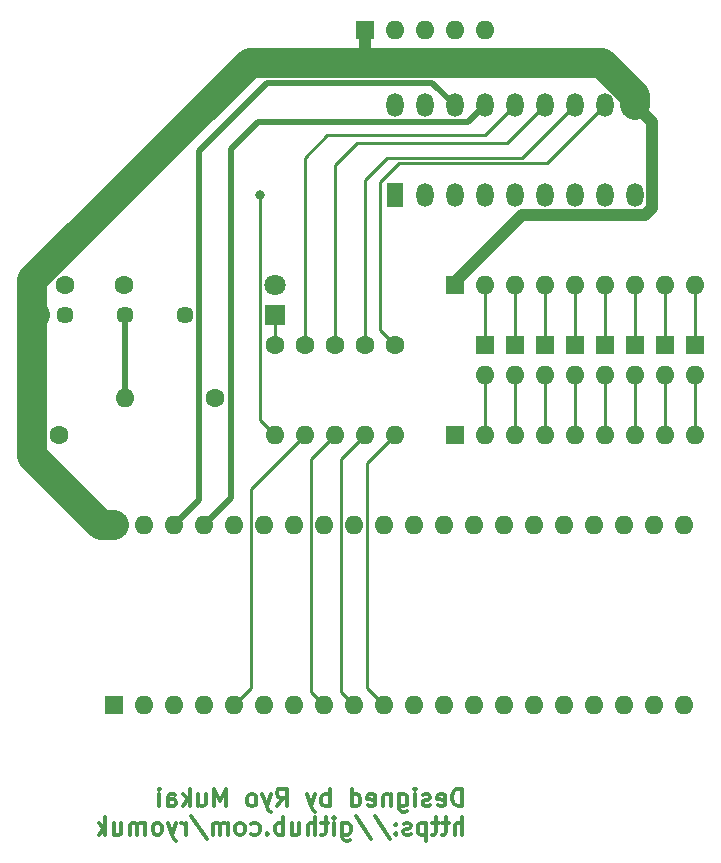
<source format=gbr>
%TF.GenerationSoftware,KiCad,Pcbnew,8.0.4*%
%TF.CreationDate,2024-08-20T14:56:35+09:00*%
%TF.ProjectId,TangNano8008MEM,54616e67-4e61-46e6-9f38-3030384d454d,rev?*%
%TF.SameCoordinates,Original*%
%TF.FileFunction,Copper,L2,Bot*%
%TF.FilePolarity,Positive*%
%FSLAX46Y46*%
G04 Gerber Fmt 4.6, Leading zero omitted, Abs format (unit mm)*
G04 Created by KiCad (PCBNEW 8.0.4) date 2024-08-20 14:56:35*
%MOMM*%
%LPD*%
G01*
G04 APERTURE LIST*
%ADD10C,0.300000*%
%TA.AperFunction,NonConductor*%
%ADD11C,0.300000*%
%TD*%
%TA.AperFunction,ComponentPad*%
%ADD12R,1.600000X1.600000*%
%TD*%
%TA.AperFunction,ComponentPad*%
%ADD13O,1.600000X1.600000*%
%TD*%
%TA.AperFunction,ComponentPad*%
%ADD14C,1.600000*%
%TD*%
%TA.AperFunction,ComponentPad*%
%ADD15R,1.800000X1.800000*%
%TD*%
%TA.AperFunction,ComponentPad*%
%ADD16C,1.800000*%
%TD*%
%TA.AperFunction,ComponentPad*%
%ADD17R,1.450000X1.450000*%
%TD*%
%TA.AperFunction,ComponentPad*%
%ADD18C,1.450000*%
%TD*%
%TA.AperFunction,ComponentPad*%
%ADD19R,1.440000X2.000000*%
%TD*%
%TA.AperFunction,ComponentPad*%
%ADD20O,1.440000X2.000000*%
%TD*%
%TA.AperFunction,ViaPad*%
%ADD21C,0.800000*%
%TD*%
%TA.AperFunction,Conductor*%
%ADD22C,0.250000*%
%TD*%
%TA.AperFunction,Conductor*%
%ADD23C,0.500000*%
%TD*%
%TA.AperFunction,Conductor*%
%ADD24C,2.500000*%
%TD*%
%TA.AperFunction,Conductor*%
%ADD25C,1.000000*%
%TD*%
G04 APERTURE END LIST*
D10*
D11*
X41264489Y-69521912D02*
X41264489Y-68021912D01*
X41264489Y-68021912D02*
X40907346Y-68021912D01*
X40907346Y-68021912D02*
X40693060Y-68093341D01*
X40693060Y-68093341D02*
X40550203Y-68236198D01*
X40550203Y-68236198D02*
X40478774Y-68379055D01*
X40478774Y-68379055D02*
X40407346Y-68664769D01*
X40407346Y-68664769D02*
X40407346Y-68879055D01*
X40407346Y-68879055D02*
X40478774Y-69164769D01*
X40478774Y-69164769D02*
X40550203Y-69307626D01*
X40550203Y-69307626D02*
X40693060Y-69450484D01*
X40693060Y-69450484D02*
X40907346Y-69521912D01*
X40907346Y-69521912D02*
X41264489Y-69521912D01*
X39193060Y-69450484D02*
X39335917Y-69521912D01*
X39335917Y-69521912D02*
X39621632Y-69521912D01*
X39621632Y-69521912D02*
X39764489Y-69450484D01*
X39764489Y-69450484D02*
X39835917Y-69307626D01*
X39835917Y-69307626D02*
X39835917Y-68736198D01*
X39835917Y-68736198D02*
X39764489Y-68593341D01*
X39764489Y-68593341D02*
X39621632Y-68521912D01*
X39621632Y-68521912D02*
X39335917Y-68521912D01*
X39335917Y-68521912D02*
X39193060Y-68593341D01*
X39193060Y-68593341D02*
X39121632Y-68736198D01*
X39121632Y-68736198D02*
X39121632Y-68879055D01*
X39121632Y-68879055D02*
X39835917Y-69021912D01*
X38550203Y-69450484D02*
X38407346Y-69521912D01*
X38407346Y-69521912D02*
X38121632Y-69521912D01*
X38121632Y-69521912D02*
X37978775Y-69450484D01*
X37978775Y-69450484D02*
X37907346Y-69307626D01*
X37907346Y-69307626D02*
X37907346Y-69236198D01*
X37907346Y-69236198D02*
X37978775Y-69093341D01*
X37978775Y-69093341D02*
X38121632Y-69021912D01*
X38121632Y-69021912D02*
X38335918Y-69021912D01*
X38335918Y-69021912D02*
X38478775Y-68950484D01*
X38478775Y-68950484D02*
X38550203Y-68807626D01*
X38550203Y-68807626D02*
X38550203Y-68736198D01*
X38550203Y-68736198D02*
X38478775Y-68593341D01*
X38478775Y-68593341D02*
X38335918Y-68521912D01*
X38335918Y-68521912D02*
X38121632Y-68521912D01*
X38121632Y-68521912D02*
X37978775Y-68593341D01*
X37264489Y-69521912D02*
X37264489Y-68521912D01*
X37264489Y-68021912D02*
X37335917Y-68093341D01*
X37335917Y-68093341D02*
X37264489Y-68164769D01*
X37264489Y-68164769D02*
X37193060Y-68093341D01*
X37193060Y-68093341D02*
X37264489Y-68021912D01*
X37264489Y-68021912D02*
X37264489Y-68164769D01*
X35907346Y-68521912D02*
X35907346Y-69736198D01*
X35907346Y-69736198D02*
X35978774Y-69879055D01*
X35978774Y-69879055D02*
X36050203Y-69950484D01*
X36050203Y-69950484D02*
X36193060Y-70021912D01*
X36193060Y-70021912D02*
X36407346Y-70021912D01*
X36407346Y-70021912D02*
X36550203Y-69950484D01*
X35907346Y-69450484D02*
X36050203Y-69521912D01*
X36050203Y-69521912D02*
X36335917Y-69521912D01*
X36335917Y-69521912D02*
X36478774Y-69450484D01*
X36478774Y-69450484D02*
X36550203Y-69379055D01*
X36550203Y-69379055D02*
X36621631Y-69236198D01*
X36621631Y-69236198D02*
X36621631Y-68807626D01*
X36621631Y-68807626D02*
X36550203Y-68664769D01*
X36550203Y-68664769D02*
X36478774Y-68593341D01*
X36478774Y-68593341D02*
X36335917Y-68521912D01*
X36335917Y-68521912D02*
X36050203Y-68521912D01*
X36050203Y-68521912D02*
X35907346Y-68593341D01*
X35193060Y-68521912D02*
X35193060Y-69521912D01*
X35193060Y-68664769D02*
X35121631Y-68593341D01*
X35121631Y-68593341D02*
X34978774Y-68521912D01*
X34978774Y-68521912D02*
X34764488Y-68521912D01*
X34764488Y-68521912D02*
X34621631Y-68593341D01*
X34621631Y-68593341D02*
X34550203Y-68736198D01*
X34550203Y-68736198D02*
X34550203Y-69521912D01*
X33264488Y-69450484D02*
X33407345Y-69521912D01*
X33407345Y-69521912D02*
X33693060Y-69521912D01*
X33693060Y-69521912D02*
X33835917Y-69450484D01*
X33835917Y-69450484D02*
X33907345Y-69307626D01*
X33907345Y-69307626D02*
X33907345Y-68736198D01*
X33907345Y-68736198D02*
X33835917Y-68593341D01*
X33835917Y-68593341D02*
X33693060Y-68521912D01*
X33693060Y-68521912D02*
X33407345Y-68521912D01*
X33407345Y-68521912D02*
X33264488Y-68593341D01*
X33264488Y-68593341D02*
X33193060Y-68736198D01*
X33193060Y-68736198D02*
X33193060Y-68879055D01*
X33193060Y-68879055D02*
X33907345Y-69021912D01*
X31907346Y-69521912D02*
X31907346Y-68021912D01*
X31907346Y-69450484D02*
X32050203Y-69521912D01*
X32050203Y-69521912D02*
X32335917Y-69521912D01*
X32335917Y-69521912D02*
X32478774Y-69450484D01*
X32478774Y-69450484D02*
X32550203Y-69379055D01*
X32550203Y-69379055D02*
X32621631Y-69236198D01*
X32621631Y-69236198D02*
X32621631Y-68807626D01*
X32621631Y-68807626D02*
X32550203Y-68664769D01*
X32550203Y-68664769D02*
X32478774Y-68593341D01*
X32478774Y-68593341D02*
X32335917Y-68521912D01*
X32335917Y-68521912D02*
X32050203Y-68521912D01*
X32050203Y-68521912D02*
X31907346Y-68593341D01*
X30050203Y-69521912D02*
X30050203Y-68021912D01*
X30050203Y-68593341D02*
X29907346Y-68521912D01*
X29907346Y-68521912D02*
X29621631Y-68521912D01*
X29621631Y-68521912D02*
X29478774Y-68593341D01*
X29478774Y-68593341D02*
X29407346Y-68664769D01*
X29407346Y-68664769D02*
X29335917Y-68807626D01*
X29335917Y-68807626D02*
X29335917Y-69236198D01*
X29335917Y-69236198D02*
X29407346Y-69379055D01*
X29407346Y-69379055D02*
X29478774Y-69450484D01*
X29478774Y-69450484D02*
X29621631Y-69521912D01*
X29621631Y-69521912D02*
X29907346Y-69521912D01*
X29907346Y-69521912D02*
X30050203Y-69450484D01*
X28835917Y-68521912D02*
X28478774Y-69521912D01*
X28121631Y-68521912D02*
X28478774Y-69521912D01*
X28478774Y-69521912D02*
X28621631Y-69879055D01*
X28621631Y-69879055D02*
X28693060Y-69950484D01*
X28693060Y-69950484D02*
X28835917Y-70021912D01*
X25550203Y-69521912D02*
X26050203Y-68807626D01*
X26407346Y-69521912D02*
X26407346Y-68021912D01*
X26407346Y-68021912D02*
X25835917Y-68021912D01*
X25835917Y-68021912D02*
X25693060Y-68093341D01*
X25693060Y-68093341D02*
X25621631Y-68164769D01*
X25621631Y-68164769D02*
X25550203Y-68307626D01*
X25550203Y-68307626D02*
X25550203Y-68521912D01*
X25550203Y-68521912D02*
X25621631Y-68664769D01*
X25621631Y-68664769D02*
X25693060Y-68736198D01*
X25693060Y-68736198D02*
X25835917Y-68807626D01*
X25835917Y-68807626D02*
X26407346Y-68807626D01*
X25050203Y-68521912D02*
X24693060Y-69521912D01*
X24335917Y-68521912D02*
X24693060Y-69521912D01*
X24693060Y-69521912D02*
X24835917Y-69879055D01*
X24835917Y-69879055D02*
X24907346Y-69950484D01*
X24907346Y-69950484D02*
X25050203Y-70021912D01*
X23550203Y-69521912D02*
X23693060Y-69450484D01*
X23693060Y-69450484D02*
X23764489Y-69379055D01*
X23764489Y-69379055D02*
X23835917Y-69236198D01*
X23835917Y-69236198D02*
X23835917Y-68807626D01*
X23835917Y-68807626D02*
X23764489Y-68664769D01*
X23764489Y-68664769D02*
X23693060Y-68593341D01*
X23693060Y-68593341D02*
X23550203Y-68521912D01*
X23550203Y-68521912D02*
X23335917Y-68521912D01*
X23335917Y-68521912D02*
X23193060Y-68593341D01*
X23193060Y-68593341D02*
X23121632Y-68664769D01*
X23121632Y-68664769D02*
X23050203Y-68807626D01*
X23050203Y-68807626D02*
X23050203Y-69236198D01*
X23050203Y-69236198D02*
X23121632Y-69379055D01*
X23121632Y-69379055D02*
X23193060Y-69450484D01*
X23193060Y-69450484D02*
X23335917Y-69521912D01*
X23335917Y-69521912D02*
X23550203Y-69521912D01*
X21264489Y-69521912D02*
X21264489Y-68021912D01*
X21264489Y-68021912D02*
X20764489Y-69093341D01*
X20764489Y-69093341D02*
X20264489Y-68021912D01*
X20264489Y-68021912D02*
X20264489Y-69521912D01*
X18907346Y-68521912D02*
X18907346Y-69521912D01*
X19550203Y-68521912D02*
X19550203Y-69307626D01*
X19550203Y-69307626D02*
X19478774Y-69450484D01*
X19478774Y-69450484D02*
X19335917Y-69521912D01*
X19335917Y-69521912D02*
X19121631Y-69521912D01*
X19121631Y-69521912D02*
X18978774Y-69450484D01*
X18978774Y-69450484D02*
X18907346Y-69379055D01*
X18193060Y-69521912D02*
X18193060Y-68021912D01*
X18050203Y-68950484D02*
X17621631Y-69521912D01*
X17621631Y-68521912D02*
X18193060Y-69093341D01*
X16335917Y-69521912D02*
X16335917Y-68736198D01*
X16335917Y-68736198D02*
X16407345Y-68593341D01*
X16407345Y-68593341D02*
X16550202Y-68521912D01*
X16550202Y-68521912D02*
X16835917Y-68521912D01*
X16835917Y-68521912D02*
X16978774Y-68593341D01*
X16335917Y-69450484D02*
X16478774Y-69521912D01*
X16478774Y-69521912D02*
X16835917Y-69521912D01*
X16835917Y-69521912D02*
X16978774Y-69450484D01*
X16978774Y-69450484D02*
X17050202Y-69307626D01*
X17050202Y-69307626D02*
X17050202Y-69164769D01*
X17050202Y-69164769D02*
X16978774Y-69021912D01*
X16978774Y-69021912D02*
X16835917Y-68950484D01*
X16835917Y-68950484D02*
X16478774Y-68950484D01*
X16478774Y-68950484D02*
X16335917Y-68879055D01*
X15621631Y-69521912D02*
X15621631Y-68521912D01*
X15621631Y-68021912D02*
X15693059Y-68093341D01*
X15693059Y-68093341D02*
X15621631Y-68164769D01*
X15621631Y-68164769D02*
X15550202Y-68093341D01*
X15550202Y-68093341D02*
X15621631Y-68021912D01*
X15621631Y-68021912D02*
X15621631Y-68164769D01*
X41264489Y-71936828D02*
X41264489Y-70436828D01*
X40621632Y-71936828D02*
X40621632Y-71151114D01*
X40621632Y-71151114D02*
X40693060Y-71008257D01*
X40693060Y-71008257D02*
X40835917Y-70936828D01*
X40835917Y-70936828D02*
X41050203Y-70936828D01*
X41050203Y-70936828D02*
X41193060Y-71008257D01*
X41193060Y-71008257D02*
X41264489Y-71079685D01*
X40121631Y-70936828D02*
X39550203Y-70936828D01*
X39907346Y-70436828D02*
X39907346Y-71722542D01*
X39907346Y-71722542D02*
X39835917Y-71865400D01*
X39835917Y-71865400D02*
X39693060Y-71936828D01*
X39693060Y-71936828D02*
X39550203Y-71936828D01*
X39264488Y-70936828D02*
X38693060Y-70936828D01*
X39050203Y-70436828D02*
X39050203Y-71722542D01*
X39050203Y-71722542D02*
X38978774Y-71865400D01*
X38978774Y-71865400D02*
X38835917Y-71936828D01*
X38835917Y-71936828D02*
X38693060Y-71936828D01*
X38193060Y-70936828D02*
X38193060Y-72436828D01*
X38193060Y-71008257D02*
X38050203Y-70936828D01*
X38050203Y-70936828D02*
X37764488Y-70936828D01*
X37764488Y-70936828D02*
X37621631Y-71008257D01*
X37621631Y-71008257D02*
X37550203Y-71079685D01*
X37550203Y-71079685D02*
X37478774Y-71222542D01*
X37478774Y-71222542D02*
X37478774Y-71651114D01*
X37478774Y-71651114D02*
X37550203Y-71793971D01*
X37550203Y-71793971D02*
X37621631Y-71865400D01*
X37621631Y-71865400D02*
X37764488Y-71936828D01*
X37764488Y-71936828D02*
X38050203Y-71936828D01*
X38050203Y-71936828D02*
X38193060Y-71865400D01*
X36907345Y-71865400D02*
X36764488Y-71936828D01*
X36764488Y-71936828D02*
X36478774Y-71936828D01*
X36478774Y-71936828D02*
X36335917Y-71865400D01*
X36335917Y-71865400D02*
X36264488Y-71722542D01*
X36264488Y-71722542D02*
X36264488Y-71651114D01*
X36264488Y-71651114D02*
X36335917Y-71508257D01*
X36335917Y-71508257D02*
X36478774Y-71436828D01*
X36478774Y-71436828D02*
X36693060Y-71436828D01*
X36693060Y-71436828D02*
X36835917Y-71365400D01*
X36835917Y-71365400D02*
X36907345Y-71222542D01*
X36907345Y-71222542D02*
X36907345Y-71151114D01*
X36907345Y-71151114D02*
X36835917Y-71008257D01*
X36835917Y-71008257D02*
X36693060Y-70936828D01*
X36693060Y-70936828D02*
X36478774Y-70936828D01*
X36478774Y-70936828D02*
X36335917Y-71008257D01*
X35621631Y-71793971D02*
X35550202Y-71865400D01*
X35550202Y-71865400D02*
X35621631Y-71936828D01*
X35621631Y-71936828D02*
X35693059Y-71865400D01*
X35693059Y-71865400D02*
X35621631Y-71793971D01*
X35621631Y-71793971D02*
X35621631Y-71936828D01*
X35621631Y-71008257D02*
X35550202Y-71079685D01*
X35550202Y-71079685D02*
X35621631Y-71151114D01*
X35621631Y-71151114D02*
X35693059Y-71079685D01*
X35693059Y-71079685D02*
X35621631Y-71008257D01*
X35621631Y-71008257D02*
X35621631Y-71151114D01*
X33835916Y-70365400D02*
X35121630Y-72293971D01*
X32264487Y-70365400D02*
X33550201Y-72293971D01*
X31121630Y-70936828D02*
X31121630Y-72151114D01*
X31121630Y-72151114D02*
X31193058Y-72293971D01*
X31193058Y-72293971D02*
X31264487Y-72365400D01*
X31264487Y-72365400D02*
X31407344Y-72436828D01*
X31407344Y-72436828D02*
X31621630Y-72436828D01*
X31621630Y-72436828D02*
X31764487Y-72365400D01*
X31121630Y-71865400D02*
X31264487Y-71936828D01*
X31264487Y-71936828D02*
X31550201Y-71936828D01*
X31550201Y-71936828D02*
X31693058Y-71865400D01*
X31693058Y-71865400D02*
X31764487Y-71793971D01*
X31764487Y-71793971D02*
X31835915Y-71651114D01*
X31835915Y-71651114D02*
X31835915Y-71222542D01*
X31835915Y-71222542D02*
X31764487Y-71079685D01*
X31764487Y-71079685D02*
X31693058Y-71008257D01*
X31693058Y-71008257D02*
X31550201Y-70936828D01*
X31550201Y-70936828D02*
X31264487Y-70936828D01*
X31264487Y-70936828D02*
X31121630Y-71008257D01*
X30407344Y-71936828D02*
X30407344Y-70936828D01*
X30407344Y-70436828D02*
X30478772Y-70508257D01*
X30478772Y-70508257D02*
X30407344Y-70579685D01*
X30407344Y-70579685D02*
X30335915Y-70508257D01*
X30335915Y-70508257D02*
X30407344Y-70436828D01*
X30407344Y-70436828D02*
X30407344Y-70579685D01*
X29907343Y-70936828D02*
X29335915Y-70936828D01*
X29693058Y-70436828D02*
X29693058Y-71722542D01*
X29693058Y-71722542D02*
X29621629Y-71865400D01*
X29621629Y-71865400D02*
X29478772Y-71936828D01*
X29478772Y-71936828D02*
X29335915Y-71936828D01*
X28835915Y-71936828D02*
X28835915Y-70436828D01*
X28193058Y-71936828D02*
X28193058Y-71151114D01*
X28193058Y-71151114D02*
X28264486Y-71008257D01*
X28264486Y-71008257D02*
X28407343Y-70936828D01*
X28407343Y-70936828D02*
X28621629Y-70936828D01*
X28621629Y-70936828D02*
X28764486Y-71008257D01*
X28764486Y-71008257D02*
X28835915Y-71079685D01*
X26835915Y-70936828D02*
X26835915Y-71936828D01*
X27478772Y-70936828D02*
X27478772Y-71722542D01*
X27478772Y-71722542D02*
X27407343Y-71865400D01*
X27407343Y-71865400D02*
X27264486Y-71936828D01*
X27264486Y-71936828D02*
X27050200Y-71936828D01*
X27050200Y-71936828D02*
X26907343Y-71865400D01*
X26907343Y-71865400D02*
X26835915Y-71793971D01*
X26121629Y-71936828D02*
X26121629Y-70436828D01*
X26121629Y-71008257D02*
X25978772Y-70936828D01*
X25978772Y-70936828D02*
X25693057Y-70936828D01*
X25693057Y-70936828D02*
X25550200Y-71008257D01*
X25550200Y-71008257D02*
X25478772Y-71079685D01*
X25478772Y-71079685D02*
X25407343Y-71222542D01*
X25407343Y-71222542D02*
X25407343Y-71651114D01*
X25407343Y-71651114D02*
X25478772Y-71793971D01*
X25478772Y-71793971D02*
X25550200Y-71865400D01*
X25550200Y-71865400D02*
X25693057Y-71936828D01*
X25693057Y-71936828D02*
X25978772Y-71936828D01*
X25978772Y-71936828D02*
X26121629Y-71865400D01*
X24764486Y-71793971D02*
X24693057Y-71865400D01*
X24693057Y-71865400D02*
X24764486Y-71936828D01*
X24764486Y-71936828D02*
X24835914Y-71865400D01*
X24835914Y-71865400D02*
X24764486Y-71793971D01*
X24764486Y-71793971D02*
X24764486Y-71936828D01*
X23407343Y-71865400D02*
X23550200Y-71936828D01*
X23550200Y-71936828D02*
X23835914Y-71936828D01*
X23835914Y-71936828D02*
X23978771Y-71865400D01*
X23978771Y-71865400D02*
X24050200Y-71793971D01*
X24050200Y-71793971D02*
X24121628Y-71651114D01*
X24121628Y-71651114D02*
X24121628Y-71222542D01*
X24121628Y-71222542D02*
X24050200Y-71079685D01*
X24050200Y-71079685D02*
X23978771Y-71008257D01*
X23978771Y-71008257D02*
X23835914Y-70936828D01*
X23835914Y-70936828D02*
X23550200Y-70936828D01*
X23550200Y-70936828D02*
X23407343Y-71008257D01*
X22550200Y-71936828D02*
X22693057Y-71865400D01*
X22693057Y-71865400D02*
X22764486Y-71793971D01*
X22764486Y-71793971D02*
X22835914Y-71651114D01*
X22835914Y-71651114D02*
X22835914Y-71222542D01*
X22835914Y-71222542D02*
X22764486Y-71079685D01*
X22764486Y-71079685D02*
X22693057Y-71008257D01*
X22693057Y-71008257D02*
X22550200Y-70936828D01*
X22550200Y-70936828D02*
X22335914Y-70936828D01*
X22335914Y-70936828D02*
X22193057Y-71008257D01*
X22193057Y-71008257D02*
X22121629Y-71079685D01*
X22121629Y-71079685D02*
X22050200Y-71222542D01*
X22050200Y-71222542D02*
X22050200Y-71651114D01*
X22050200Y-71651114D02*
X22121629Y-71793971D01*
X22121629Y-71793971D02*
X22193057Y-71865400D01*
X22193057Y-71865400D02*
X22335914Y-71936828D01*
X22335914Y-71936828D02*
X22550200Y-71936828D01*
X21407343Y-71936828D02*
X21407343Y-70936828D01*
X21407343Y-71079685D02*
X21335914Y-71008257D01*
X21335914Y-71008257D02*
X21193057Y-70936828D01*
X21193057Y-70936828D02*
X20978771Y-70936828D01*
X20978771Y-70936828D02*
X20835914Y-71008257D01*
X20835914Y-71008257D02*
X20764486Y-71151114D01*
X20764486Y-71151114D02*
X20764486Y-71936828D01*
X20764486Y-71151114D02*
X20693057Y-71008257D01*
X20693057Y-71008257D02*
X20550200Y-70936828D01*
X20550200Y-70936828D02*
X20335914Y-70936828D01*
X20335914Y-70936828D02*
X20193057Y-71008257D01*
X20193057Y-71008257D02*
X20121628Y-71151114D01*
X20121628Y-71151114D02*
X20121628Y-71936828D01*
X18335914Y-70365400D02*
X19621628Y-72293971D01*
X17835914Y-71936828D02*
X17835914Y-70936828D01*
X17835914Y-71222542D02*
X17764485Y-71079685D01*
X17764485Y-71079685D02*
X17693057Y-71008257D01*
X17693057Y-71008257D02*
X17550199Y-70936828D01*
X17550199Y-70936828D02*
X17407342Y-70936828D01*
X17050200Y-70936828D02*
X16693057Y-71936828D01*
X16335914Y-70936828D02*
X16693057Y-71936828D01*
X16693057Y-71936828D02*
X16835914Y-72293971D01*
X16835914Y-72293971D02*
X16907343Y-72365400D01*
X16907343Y-72365400D02*
X17050200Y-72436828D01*
X15550200Y-71936828D02*
X15693057Y-71865400D01*
X15693057Y-71865400D02*
X15764486Y-71793971D01*
X15764486Y-71793971D02*
X15835914Y-71651114D01*
X15835914Y-71651114D02*
X15835914Y-71222542D01*
X15835914Y-71222542D02*
X15764486Y-71079685D01*
X15764486Y-71079685D02*
X15693057Y-71008257D01*
X15693057Y-71008257D02*
X15550200Y-70936828D01*
X15550200Y-70936828D02*
X15335914Y-70936828D01*
X15335914Y-70936828D02*
X15193057Y-71008257D01*
X15193057Y-71008257D02*
X15121629Y-71079685D01*
X15121629Y-71079685D02*
X15050200Y-71222542D01*
X15050200Y-71222542D02*
X15050200Y-71651114D01*
X15050200Y-71651114D02*
X15121629Y-71793971D01*
X15121629Y-71793971D02*
X15193057Y-71865400D01*
X15193057Y-71865400D02*
X15335914Y-71936828D01*
X15335914Y-71936828D02*
X15550200Y-71936828D01*
X14407343Y-71936828D02*
X14407343Y-70936828D01*
X14407343Y-71079685D02*
X14335914Y-71008257D01*
X14335914Y-71008257D02*
X14193057Y-70936828D01*
X14193057Y-70936828D02*
X13978771Y-70936828D01*
X13978771Y-70936828D02*
X13835914Y-71008257D01*
X13835914Y-71008257D02*
X13764486Y-71151114D01*
X13764486Y-71151114D02*
X13764486Y-71936828D01*
X13764486Y-71151114D02*
X13693057Y-71008257D01*
X13693057Y-71008257D02*
X13550200Y-70936828D01*
X13550200Y-70936828D02*
X13335914Y-70936828D01*
X13335914Y-70936828D02*
X13193057Y-71008257D01*
X13193057Y-71008257D02*
X13121628Y-71151114D01*
X13121628Y-71151114D02*
X13121628Y-71936828D01*
X11764486Y-70936828D02*
X11764486Y-71936828D01*
X12407343Y-70936828D02*
X12407343Y-71722542D01*
X12407343Y-71722542D02*
X12335914Y-71865400D01*
X12335914Y-71865400D02*
X12193057Y-71936828D01*
X12193057Y-71936828D02*
X11978771Y-71936828D01*
X11978771Y-71936828D02*
X11835914Y-71865400D01*
X11835914Y-71865400D02*
X11764486Y-71793971D01*
X11050200Y-71936828D02*
X11050200Y-70436828D01*
X10907343Y-71365400D02*
X10478771Y-71936828D01*
X10478771Y-70936828D02*
X11050200Y-71508257D01*
D12*
%TO.P,D7,1,K*%
%TO.N,D1*%
X58420000Y-30480000D03*
D13*
%TO.P,D7,2,A*%
%TO.N,Net-(D7-A)*%
X58420000Y-33020000D03*
%TD*%
D12*
%TO.P,D2,1,K*%
%TO.N,D6*%
X45720000Y-30480000D03*
D13*
%TO.P,D2,2,A*%
%TO.N,Net-(D2-A)*%
X45720000Y-33020000D03*
%TD*%
D12*
%TO.P,D4,1,K*%
%TO.N,D4*%
X50800000Y-30480000D03*
D13*
%TO.P,D4,2,A*%
%TO.N,Net-(D4-A)*%
X50800000Y-33020000D03*
%TD*%
D12*
%TO.P,D1,1,K*%
%TO.N,D7*%
X43180000Y-30480000D03*
D13*
%TO.P,D1,2,A*%
%TO.N,Net-(D1-A)*%
X43180000Y-33020000D03*
%TD*%
D12*
%TO.P,D3,1,K*%
%TO.N,D5*%
X48260000Y-30480000D03*
D13*
%TO.P,D3,2,A*%
%TO.N,Net-(D3-A)*%
X48260000Y-33020000D03*
%TD*%
D12*
%TO.P,D6,1,K*%
%TO.N,D2*%
X55880000Y-30480000D03*
D13*
%TO.P,D6,2,A*%
%TO.N,Net-(D6-A)*%
X55880000Y-33020000D03*
%TD*%
D12*
%TO.P,D5,1,K*%
%TO.N,D3*%
X53340000Y-30480000D03*
D13*
%TO.P,D5,2,A*%
%TO.N,Net-(D5-A)*%
X53340000Y-33020000D03*
%TD*%
D12*
%TO.P,D8,1,K*%
%TO.N,D0*%
X60960000Y-30480000D03*
D13*
%TO.P,D8,2,A*%
%TO.N,Net-(D8-A)*%
X60960000Y-33020000D03*
%TD*%
D14*
%TO.P,C2,1*%
%TO.N,GND*%
X7620000Y-25400000D03*
%TO.P,C2,2*%
%TO.N,-9V*%
X12620000Y-25400000D03*
%TD*%
%TO.P,R6,1*%
%TO.N,Net-(D9-K)*%
X25400000Y-30480000D03*
D13*
%TO.P,R6,2*%
%TO.N,-9V*%
X25400000Y-38100000D03*
%TD*%
D14*
%TO.P,R3,1*%
%TO.N,Net-(U1-S1)*%
X33020000Y-30480000D03*
D13*
%TO.P,R3,2*%
%TO.N,S1*%
X33020000Y-38100000D03*
%TD*%
D14*
%TO.P,R5,1*%
%TO.N,GND*%
X20320000Y-34925000D03*
D13*
%TO.P,R5,2*%
%TO.N,-9V*%
X12700000Y-34925000D03*
%TD*%
D14*
%TO.P,R1,1*%
%TO.N,Net-(U1-SYNC)*%
X27940000Y-30480000D03*
D13*
%TO.P,R1,2*%
%TO.N,SYNC*%
X27940000Y-38100000D03*
%TD*%
D15*
%TO.P,D9,1,K*%
%TO.N,Net-(D9-K)*%
X25400000Y-27940000D03*
D16*
%TO.P,D9,2,A*%
%TO.N,GND*%
X25400000Y-25400000D03*
%TD*%
D17*
%TO.P,PS1,1,+VIN*%
%TO.N,+5V*%
X5080000Y-27940000D03*
D18*
%TO.P,PS1,2,-VIN*%
%TO.N,GND*%
X7620000Y-27940000D03*
%TO.P,PS1,4,-VOUT*%
%TO.N,-9V*%
X12700000Y-27940000D03*
%TO.P,PS1,6,+VOUT*%
%TO.N,GND*%
X17780000Y-27940000D03*
%TD*%
D12*
%TO.P,RN1,1,common*%
%TO.N,+5V*%
X40640000Y-25400000D03*
D13*
%TO.P,RN1,2,R1*%
%TO.N,D7*%
X43180000Y-25400000D03*
%TO.P,RN1,3,R2*%
%TO.N,D6*%
X45720000Y-25400000D03*
%TO.P,RN1,4,R3*%
%TO.N,D5*%
X48260000Y-25400000D03*
%TO.P,RN1,5,R4*%
%TO.N,D4*%
X50800000Y-25400000D03*
%TO.P,RN1,6,R5*%
%TO.N,D3*%
X53340000Y-25400000D03*
%TO.P,RN1,7,R6*%
%TO.N,D2*%
X55880000Y-25400000D03*
%TO.P,RN1,8,R7*%
%TO.N,D1*%
X58420000Y-25400000D03*
%TO.P,RN1,9,R8*%
%TO.N,D0*%
X60960000Y-25400000D03*
%TD*%
D12*
%TO.P,RN3,1,common*%
%TO.N,GND*%
X40640000Y-38100000D03*
D13*
%TO.P,RN3,2,R1*%
%TO.N,Net-(D1-A)*%
X43180000Y-38100000D03*
%TO.P,RN3,3,R2*%
%TO.N,Net-(D2-A)*%
X45720000Y-38100000D03*
%TO.P,RN3,4,R3*%
%TO.N,Net-(D3-A)*%
X48260000Y-38100000D03*
%TO.P,RN3,5,R4*%
%TO.N,Net-(D4-A)*%
X50800000Y-38100000D03*
%TO.P,RN3,6,R5*%
%TO.N,Net-(D5-A)*%
X53340000Y-38100000D03*
%TO.P,RN3,7,R6*%
%TO.N,Net-(D6-A)*%
X55880000Y-38100000D03*
%TO.P,RN3,8,R7*%
%TO.N,Net-(D7-A)*%
X58420000Y-38100000D03*
%TO.P,RN3,9,R8*%
%TO.N,Net-(D8-A)*%
X60960000Y-38100000D03*
%TD*%
D19*
%TO.P,U1,1,Vdd*%
%TO.N,-9V*%
X35560000Y-17780000D03*
D20*
%TO.P,U1,2,D7*%
%TO.N,D7*%
X38100000Y-17780000D03*
%TO.P,U1,3,D6*%
%TO.N,D6*%
X40640000Y-17780000D03*
%TO.P,U1,4,D5*%
%TO.N,D5*%
X43180000Y-17780000D03*
%TO.P,U1,5,D4*%
%TO.N,D4*%
X45720000Y-17780000D03*
%TO.P,U1,6,D3*%
%TO.N,D3*%
X48260000Y-17780000D03*
%TO.P,U1,7,D2*%
%TO.N,D2*%
X50800000Y-17780000D03*
%TO.P,U1,8,D1*%
%TO.N,D1*%
X53340000Y-17780000D03*
%TO.P,U1,9,D0*%
%TO.N,D0*%
X55880000Y-17780000D03*
%TO.P,U1,10,Vcc*%
%TO.N,+5V*%
X55880000Y-10160000D03*
%TO.P,U1,11,S2*%
%TO.N,Net-(U1-S2)*%
X53340000Y-10160000D03*
%TO.P,U1,12,S1*%
%TO.N,Net-(U1-S1)*%
X50800000Y-10160000D03*
%TO.P,U1,13,S0*%
%TO.N,Net-(U1-S0)*%
X48260000Y-10160000D03*
%TO.P,U1,14,SYNC*%
%TO.N,Net-(U1-SYNC)*%
X45720000Y-10160000D03*
%TO.P,U1,15,CLK2*%
%TO.N,CLK2*%
X43180000Y-10160000D03*
%TO.P,U1,16,CLK1*%
%TO.N,CLK1*%
X40640000Y-10160000D03*
%TO.P,U1,17,READY*%
%TO.N,READY*%
X38100000Y-10160000D03*
%TO.P,U1,18,INT*%
%TO.N,INTERRUPT*%
X35560000Y-10160000D03*
%TD*%
D12*
%TO.P,J1,1,Pin_1*%
%TO.N,INTERRUPT*%
X11785000Y-60960000D03*
D13*
%TO.P,J1,2,Pin_2*%
%TO.N,READY*%
X14325000Y-60960000D03*
%TO.P,J1,3,Pin_3*%
%TO.N,unconnected-(J1-Pin_3-Pad3)*%
X16865000Y-60960000D03*
%TO.P,J1,4,Pin_4*%
%TO.N,unconnected-(J1-Pin_4-Pad4)*%
X19405000Y-60960000D03*
%TO.P,J1,5,Pin_5*%
%TO.N,SYNC*%
X21945000Y-60960000D03*
%TO.P,J1,6,Pin_6*%
%TO.N,LED0*%
X24485000Y-60960000D03*
%TO.P,J1,7,Pin_7*%
%TO.N,LED1*%
X27025000Y-60960000D03*
%TO.P,J1,8,Pin_8*%
%TO.N,S0*%
X29565000Y-60960000D03*
%TO.P,J1,9,Pin_9*%
%TO.N,S1*%
X32105000Y-60960000D03*
%TO.P,J1,10,Pin_10*%
%TO.N,S2*%
X34645000Y-60960000D03*
%TO.P,J1,11,Pin_11*%
%TO.N,unconnected-(J1-Pin_11-Pad11)*%
X37185000Y-60960000D03*
%TO.P,J1,12,Pin_12*%
%TO.N,unconnected-(J1-Pin_12-Pad12)*%
X39725000Y-60960000D03*
%TO.P,J1,13,Pin_13*%
%TO.N,unconnected-(J1-Pin_13-Pad13)*%
X42265000Y-60960000D03*
%TO.P,J1,14,Pin_14*%
%TO.N,unconnected-(J1-Pin_14-Pad14)*%
X44805000Y-60960000D03*
%TO.P,J1,15,Pin_15*%
%TO.N,LED2*%
X47345000Y-60960000D03*
%TO.P,J1,16,Pin_16*%
%TO.N,LED5*%
X49885000Y-60960000D03*
%TO.P,J1,17,Pin_17*%
%TO.N,LED4*%
X52425000Y-60960000D03*
%TO.P,J1,18,Pin_18*%
%TO.N,LED3*%
X54965000Y-60960000D03*
%TO.P,J1,19,Pin_19*%
%TO.N,3V3a*%
X57505000Y-60960000D03*
%TO.P,J1,20,Pin_20*%
%TO.N,GND*%
X60045000Y-60960000D03*
%TO.P,J1,21,Pin_21*%
%TO.N,GPIO_TX*%
X60045000Y-45720000D03*
%TO.P,J1,22,Pin_22*%
%TO.N,GPIO_RX*%
X57505000Y-45720000D03*
%TO.P,J1,23,Pin_23*%
%TO.N,DBG_TRG*%
X54965000Y-45720000D03*
%TO.P,J1,24,Pin_24*%
%TO.N,unconnected-(J1-Pin_24-Pad24)*%
X52425000Y-45720000D03*
%TO.P,J1,25,Pin_25*%
%TO.N,3V3b*%
X49885000Y-45720000D03*
%TO.P,J1,26,Pin_26*%
%TO.N,GND*%
X47345000Y-45720000D03*
%TO.P,J1,27,Pin_27*%
%TO.N,LED_RGB*%
X44805000Y-45720000D03*
%TO.P,J1,28,Pin_28*%
%TO.N,unconnected-(J1-Pin_28-Pad28)*%
X42265000Y-45720000D03*
%TO.P,J1,29,Pin_29*%
%TO.N,D0*%
X39725000Y-45720000D03*
%TO.P,J1,30,Pin_30*%
%TO.N,D1*%
X37185000Y-45720000D03*
%TO.P,J1,31,Pin_31*%
%TO.N,D2*%
X34645000Y-45720000D03*
%TO.P,J1,32,Pin_32*%
%TO.N,D3*%
X32105000Y-45720000D03*
%TO.P,J1,33,Pin_33*%
%TO.N,D4*%
X29565000Y-45720000D03*
%TO.P,J1,34,Pin_34*%
%TO.N,D5*%
X27025000Y-45720000D03*
%TO.P,J1,35,Pin_35*%
%TO.N,D6*%
X24485000Y-45720000D03*
%TO.P,J1,36,Pin_36*%
%TO.N,D7*%
X21945000Y-45720000D03*
%TO.P,J1,37,Pin_37*%
%TO.N,CLK2*%
X19405000Y-45720000D03*
%TO.P,J1,38,Pin_38*%
%TO.N,CLK1*%
X16865000Y-45720000D03*
%TO.P,J1,39,Pin_39*%
%TO.N,GND*%
X14325000Y-45720000D03*
%TO.P,J1,40,Pin_40*%
%TO.N,+5V*%
X11785000Y-45720000D03*
%TD*%
D14*
%TO.P,R4,1*%
%TO.N,Net-(U1-S2)*%
X35560000Y-30480000D03*
D13*
%TO.P,R4,2*%
%TO.N,S2*%
X35560000Y-38100000D03*
%TD*%
D14*
%TO.P,R2,1*%
%TO.N,Net-(U1-S0)*%
X30480000Y-30480000D03*
D13*
%TO.P,R2,2*%
%TO.N,S0*%
X30480000Y-38100000D03*
%TD*%
D12*
%TO.P,RN2,1,common*%
%TO.N,+5V*%
X33020000Y-3810000D03*
D13*
%TO.P,RN2,2,R1*%
%TO.N,INTERRUPT*%
X35560000Y-3810000D03*
%TO.P,RN2,3,R2*%
%TO.N,READY*%
X38100000Y-3810000D03*
%TO.P,RN2,4,R3*%
%TO.N,CLK1*%
X40640000Y-3810000D03*
%TO.P,RN2,5,R4*%
%TO.N,CLK2*%
X43180000Y-3810000D03*
%TD*%
D12*
%TO.P,C1,1*%
%TO.N,+5V*%
X5080000Y-38100000D03*
D14*
%TO.P,C1,2*%
%TO.N,GND*%
X7080000Y-38100000D03*
%TD*%
D21*
%TO.N,-9V*%
X24130000Y-17780000D03*
%TD*%
D22*
%TO.N,-9V*%
X25400000Y-38100000D02*
X24130000Y-36830000D01*
X24130000Y-36830000D02*
X24130000Y-17780000D01*
%TO.N,Net-(D9-K)*%
X25400000Y-30480000D02*
X25400000Y-27940000D01*
D23*
%TO.N,-9V*%
X12700000Y-34925000D02*
X12700000Y-27940000D01*
D24*
%TO.N,+5V*%
X53083843Y-6555000D02*
X55880000Y-9351157D01*
X23283019Y-6555000D02*
X53083843Y-6555000D01*
X4830000Y-25008019D02*
X23283019Y-6555000D01*
X4830000Y-30480000D02*
X4830000Y-25008019D01*
X55880000Y-9351157D02*
X55880000Y-10160000D01*
X4830000Y-31750000D02*
X4830000Y-30480000D01*
D25*
X40640000Y-25400000D02*
X40640000Y-25148183D01*
X33020000Y-6350000D02*
X33020000Y-3810000D01*
D24*
X4830000Y-28190000D02*
X5080000Y-27940000D01*
D25*
X46308183Y-19480000D02*
X56720000Y-19480000D01*
D24*
X10653630Y-45720000D02*
X4830000Y-39896370D01*
D25*
X40640000Y-25148183D02*
X46308183Y-19480000D01*
D24*
X4830000Y-30480000D02*
X4830000Y-27654085D01*
X4830000Y-30480000D02*
X4830000Y-28190000D01*
X11785000Y-45720000D02*
X10653630Y-45720000D01*
X4830000Y-39896370D02*
X4830000Y-31750000D01*
D25*
X57300000Y-11580000D02*
X55880000Y-10160000D01*
X57300000Y-18900000D02*
X57300000Y-11580000D01*
D24*
X4830000Y-31750000D02*
X4830000Y-27654085D01*
D25*
X56720000Y-19480000D02*
X57300000Y-18900000D01*
D22*
%TO.N,Net-(D1-A)*%
X43180000Y-33020000D02*
X43180000Y-38100000D01*
%TO.N,D0*%
X60960000Y-25400000D02*
X60960000Y-30480000D01*
%TO.N,Net-(D2-A)*%
X45720000Y-33020000D02*
X45720000Y-38100000D01*
%TO.N,D1*%
X58420000Y-25400000D02*
X58420000Y-30480000D01*
%TO.N,D2*%
X55880000Y-25400000D02*
X55880000Y-30480000D01*
%TO.N,Net-(D3-A)*%
X48260000Y-33020000D02*
X48260000Y-38100000D01*
%TO.N,Net-(D4-A)*%
X50800000Y-33020000D02*
X50800000Y-38100000D01*
%TO.N,D3*%
X53340000Y-25400000D02*
X53340000Y-30480000D01*
%TO.N,Net-(D5-A)*%
X53340000Y-33020000D02*
X53340000Y-38100000D01*
%TO.N,D4*%
X50800000Y-25400000D02*
X50800000Y-30480000D01*
%TO.N,D5*%
X48260000Y-25400000D02*
X48260000Y-30480000D01*
%TO.N,Net-(D6-A)*%
X55880000Y-33020000D02*
X55880000Y-38100000D01*
%TO.N,Net-(D7-A)*%
X58420000Y-33020000D02*
X58420000Y-38100000D01*
%TO.N,D6*%
X45720000Y-25400000D02*
X45720000Y-30480000D01*
%TO.N,Net-(D8-A)*%
X60960000Y-33020000D02*
X60960000Y-38100000D01*
%TO.N,D7*%
X43180000Y-25400000D02*
X43180000Y-30480000D01*
%TO.N,SYNC*%
X23360000Y-59545000D02*
X23360000Y-42680000D01*
X21945000Y-60960000D02*
X23360000Y-59545000D01*
X23360000Y-42680000D02*
X27940000Y-38100000D01*
D23*
%TO.N,CLK1*%
X24765000Y-8255000D02*
X38735000Y-8255000D01*
X18955000Y-43630000D02*
X18955000Y-14065000D01*
X18955000Y-14065000D02*
X24765000Y-8255000D01*
X16865000Y-45720000D02*
X18955000Y-43630000D01*
X38735000Y-8255000D02*
X40640000Y-10160000D01*
D22*
%TO.N,S1*%
X30980000Y-40140000D02*
X30980000Y-59835000D01*
X30980000Y-59835000D02*
X32105000Y-60960000D01*
X33020000Y-38100000D02*
X30980000Y-40140000D01*
%TO.N,S2*%
X33230000Y-40430000D02*
X33230000Y-59545000D01*
X33230000Y-59545000D02*
X34645000Y-60960000D01*
X35560000Y-38100000D02*
X33230000Y-40430000D01*
%TO.N,S0*%
X28440000Y-40140000D02*
X28440000Y-59835000D01*
X30480000Y-38100000D02*
X28440000Y-40140000D01*
X28440000Y-59835000D02*
X29565000Y-60960000D01*
D23*
%TO.N,CLK2*%
X19405000Y-45720000D02*
X21670000Y-43455000D01*
X21670000Y-13890000D02*
X23950000Y-11610000D01*
X21670000Y-43455000D02*
X21670000Y-13890000D01*
X23950000Y-11610000D02*
X41730000Y-11610000D01*
X41730000Y-11610000D02*
X43180000Y-10160000D01*
D22*
%TO.N,Net-(U1-SYNC)*%
X27940000Y-14605000D02*
X27940000Y-30480000D01*
X43180000Y-12700000D02*
X29845000Y-12700000D01*
X45720000Y-10160000D02*
X43180000Y-12700000D01*
X29845000Y-12700000D02*
X27940000Y-14605000D01*
%TO.N,Net-(U1-S0)*%
X45085000Y-13335000D02*
X32385000Y-13335000D01*
X32385000Y-13335000D02*
X30480000Y-15240000D01*
X30480000Y-15240000D02*
X30480000Y-30480000D01*
X48260000Y-10160000D02*
X45085000Y-13335000D01*
%TO.N,Net-(U1-S1)*%
X34925000Y-14605000D02*
X46355000Y-14605000D01*
X46355000Y-14605000D02*
X50800000Y-10160000D01*
X33020000Y-16510000D02*
X34925000Y-14605000D01*
X33020000Y-30480000D02*
X33020000Y-16510000D01*
%TO.N,Net-(U1-S2)*%
X34290000Y-16680000D02*
X34290000Y-29210000D01*
X35915000Y-15055000D02*
X34290000Y-16680000D01*
X53340000Y-10160000D02*
X48445000Y-15055000D01*
X34290000Y-29210000D02*
X35560000Y-30480000D01*
X48445000Y-15055000D02*
X35915000Y-15055000D01*
%TD*%
M02*

</source>
